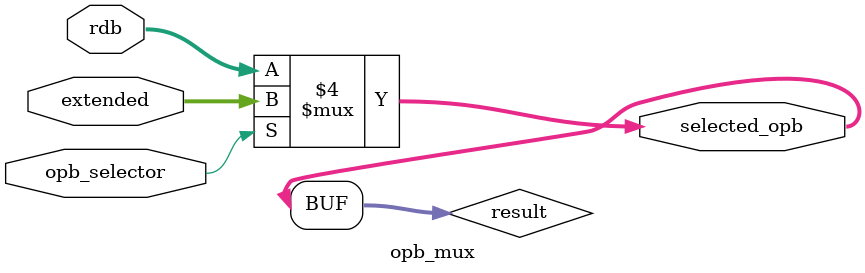
<source format=sv>
/**
 * Mux to select ALU operand B.
 *
 * Parameters:
 *     N            - number of bits.
 *
 * Inputs:
 *     rdb          - read data from source register B.
 *     extended     - extended value.
 *     opb_selector - ALU operand B to be selected.
 *
 * Outputs:
 *     selected_opb - selected operand B.
 *
 */
module opb_mux #(parameter N=32)
				   (input  logic [N-1:0] rdb, extended,
					 input  logic         opb_selector,
				    output logic [N-1:0] selected_opb);

	// Var to save result
	logic [N-1:0] result;
	
	always_comb begin
		if (opb_selector == 1'b0) begin
			result <= rdb;
		end
		else begin
		   result <= extended;
		end
	end

	assign selected_opb = result;

endmodule // opb_mux

</source>
